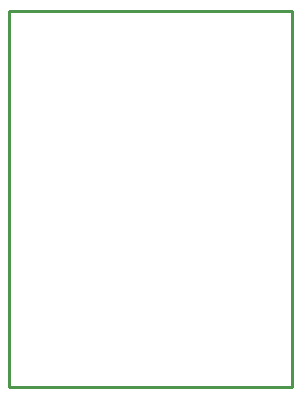
<source format=gko>
%FSLAX44Y44*%
%MOMM*%
G71*
G01*
G75*
G04 Layer_Color=16711935*
%ADD10C,0.2540*%
%ADD11R,1.5240X1.5240*%
%ADD12R,1.2000X1.2000*%
D10*
X946150Y678180D02*
Y980440D01*
X706120Y678180D02*
Y996950D01*
Y678180D02*
X946150D01*
Y980440D02*
Y996950D01*
X706120D02*
X946150D01*
M02*

</source>
